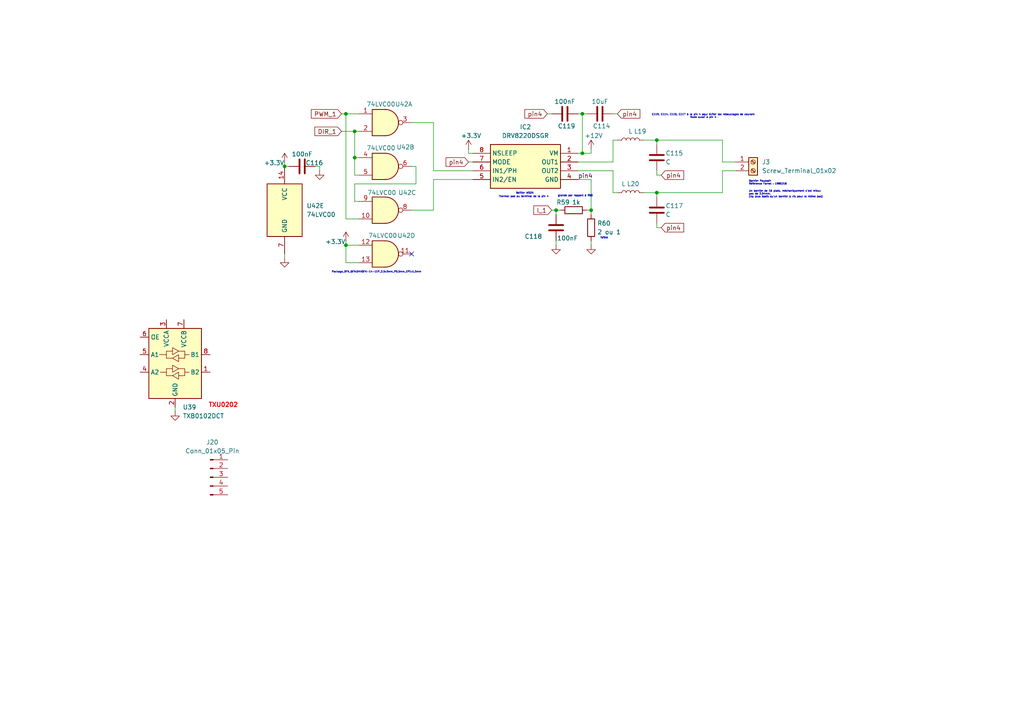
<source format=kicad_sch>
(kicad_sch (version 20231120) (generator "eeschema") (generator_version "8.0")
  (paper "A4")
  (lib_symbols
    (symbol "74xx:74HC00" (pin_names (offset 1.016))
      (property "Reference" "U" (at 0 1.27 0))
      (property "Value" "74HC00" (at 0 -1.27 0))
      (symbol "74HC00_1_1"
        (arc (start 0 -3.81) (mid 3.7934 0) (end 0 3.81) (stroke (width 0.254)) (fill (type background)))
        (polyline (pts (xy 0 3.81) (xy -3.81 3.81) (xy -3.81 -3.81) (xy 0 -3.81)) (stroke (width 0.254)) (fill (type background)))
        (pin input line (at -7.62 2.54 0) (length 3.81) (name "~") (number "1"))
        (pin input line (at -7.62 -2.54 0) (length 3.81) (name "~") (number "2"))
        (pin output inverted (at 7.62 0 180) (length 3.81) (name "~") (number "3"))
      )
      (symbol "74HC00_1_2"
        (arc (start -3.81 -3.81) (mid -2.589 0) (end -3.81 3.81) (stroke (width 0.254)))
        (arc (start -0.6096 -3.81) (mid 2.1842 -2.5851) (end 3.81 0) (stroke (width 0.254)) (fill (type background)))
        (polyline (pts (xy -3.81 -3.81) (xy -0.635 -3.81)) (stroke (width 0.254)) (fill (type background)))
        (polyline (pts (xy -3.81 3.81) (xy -0.635 3.81)) (stroke (width 0.254)) (fill (type background)))
        (polyline (pts (xy -0.635 3.81) (xy -3.81 3.81) (xy -3.81 3.81) (xy -3.556 3.4036) (xy -3.0226 2.2606) (xy -2.6924 1.0414) (xy -2.6162 -0.254) (xy -2.7686 -1.4986) (xy -3.175 -2.7178) (xy -3.81 -3.81) (xy -3.81 -3.81) (xy -0.635 -3.81)) (stroke (width -25.4)) (fill (type background)))
        (arc (start 3.81 0) (mid 2.1915 2.5936) (end -0.6096 3.81) (stroke (width 0.254)) (fill (type background)))
        (pin input inverted (at -7.62 2.54 0) (length 4.318) (name "~") (number "1"))
        (pin input inverted (at -7.62 -2.54 0) (length 4.318) (name "~") (number "2"))
        (pin output line (at 7.62 0 180) (length 3.81) (name "~") (number "3"))
      )
      (symbol "74HC00_2_1"
        (arc (start 0 -3.81) (mid 3.7934 0) (end 0 3.81) (stroke (width 0.254)) (fill (type background)))
        (polyline (pts (xy 0 3.81) (xy -3.81 3.81) (xy -3.81 -3.81) (xy 0 -3.81)) (stroke (width 0.254)) (fill (type background)))
        (pin input line (at -7.62 2.54 0) (length 3.81) (name "~") (number "4"))
        (pin input line (at -7.62 -2.54 0) (length 3.81) (name "~") (number "5"))
        (pin output inverted (at 7.62 0 180) (length 3.81) (name "~") (number "6"))
      )
      (symbol "74HC00_2_2"
        (arc (start -3.81 -3.81) (mid -2.589 0) (end -3.81 3.81) (stroke (width 0.254)))
        (arc (start -0.6096 -3.81) (mid 2.1842 -2.5851) (end 3.81 0) (stroke (width 0.254)) (fill (type background)))
        (polyline (pts (xy -3.81 -3.81) (xy -0.635 -3.81)) (stroke (width 0.254)) (fill (type background)))
        (polyline (pts (xy -3.81 3.81) (xy -0.635 3.81)) (stroke (width 0.254)) (fill (type background)))
        (polyline (pts (xy -0.635 3.81) (xy -3.81 3.81) (xy -3.81 3.81) (xy -3.556 3.4036) (xy -3.0226 2.2606) (xy -2.6924 1.0414) (xy -2.6162 -0.254) (xy -2.7686 -1.4986) (xy -3.175 -2.7178) (xy -3.81 -3.81) (xy -3.81 -3.81) (xy -0.635 -3.81)) (stroke (width -25.4)) (fill (type background)))
        (arc (start 3.81 0) (mid 2.1915 2.5936) (end -0.6096 3.81) (stroke (width 0.254)) (fill (type background)))
        (pin input inverted (at -7.62 2.54 0) (length 4.318) (name "~") (number "4"))
        (pin input inverted (at -7.62 -2.54 0) (length 4.318) (name "~") (number "5"))
        (pin output line (at 7.62 0 180) (length 3.81) (name "~") (number "6"))
      )
      (symbol "74HC00_3_1"
        (arc (start 0 -3.81) (mid 3.7934 0) (end 0 3.81) (stroke (width 0.254)) (fill (type background)))
        (polyline (pts (xy 0 3.81) (xy -3.81 3.81) (xy -3.81 -3.81) (xy 0 -3.81)) (stroke (width 0.254)) (fill (type background)))
        (pin input line (at -7.62 -2.54 0) (length 3.81) (name "~") (number "10"))
        (pin output inverted (at 7.62 0 180) (length 3.81) (name "~") (number "8"))
        (pin input line (at -7.62 2.54 0) (length 3.81) (name "~") (number "9"))
      )
      (symbol "74HC00_3_2"
        (arc (start -3.81 -3.81) (mid -2.589 0) (end -3.81 3.81) (stroke (width 0.254)))
        (arc (start -0.6096 -3.81) (mid 2.1842 -2.5851) (end 3.81 0) (stroke (width 0.254)) (fill (type background)))
        (polyline (pts (xy -3.81 -3.81) (xy -0.635 -3.81)) (stroke (width 0.254)) (fill (type background)))
        (polyline (pts (xy -3.81 3.81) (xy -0.635 3.81)) (stroke (width 0.254)) (fill (type background)))
        (polyline (pts (xy -0.635 3.81) (xy -3.81 3.81) (xy -3.81 3.81) (xy -3.556 3.4036) (xy -3.0226 2.2606) (xy -2.6924 1.0414) (xy -2.6162 -0.254) (xy -2.7686 -1.4986) (xy -3.175 -2.7178) (xy -3.81 -3.81) (xy -3.81 -3.81) (xy -0.635 -3.81)) (stroke (width -25.4)) (fill (type background)))
        (arc (start 3.81 0) (mid 2.1915 2.5936) (end -0.6096 3.81) (stroke (width 0.254)) (fill (type background)))
        (pin input inverted (at -7.62 -2.54 0) (length 4.318) (name "~") (number "10"))
        (pin output line (at 7.62 0 180) (length 3.81) (name "~") (number "8"))
        (pin input inverted (at -7.62 2.54 0) (length 4.318) (name "~") (number "9"))
      )
      (symbol "74HC00_4_1"
        (arc (start 0 -3.81) (mid 3.7934 0) (end 0 3.81) (stroke (width 0.254)) (fill (type background)))
        (polyline (pts (xy 0 3.81) (xy -3.81 3.81) (xy -3.81 -3.81) (xy 0 -3.81)) (stroke (width 0.254)) (fill (type background)))
        (pin output inverted (at 7.62 0 180) (length 3.81) (name "~") (number "11"))
        (pin input line (at -7.62 2.54 0) (length 3.81) (name "~") (number "12"))
        (pin input line (at -7.62 -2.54 0) (length 3.81) (name "~") (number "13"))
      )
      (symbol "74HC00_4_2"
        (arc (start -3.81 -3.81) (mid -2.589 0) (end -3.81 3.81) (stroke (width 0.254)))
        (arc (start -0.6096 -3.81) (mid 2.1842 -2.5851) (end 3.81 0) (stroke (width 0.254)) (fill (type background)))
        (polyline (pts (xy -3.81 -3.81) (xy -0.635 -3.81)) (stroke (width 0.254)) (fill (type background)))
        (polyline (pts (xy -3.81 3.81) (xy -0.635 3.81)) (stroke (width 0.254)) (fill (type background)))
        (polyline (pts (xy -0.635 3.81) (xy -3.81 3.81) (xy -3.81 3.81) (xy -3.556 3.4036) (xy -3.0226 2.2606) (xy -2.6924 1.0414) (xy -2.6162 -0.254) (xy -2.7686 -1.4986) (xy -3.175 -2.7178) (xy -3.81 -3.81) (xy -3.81 -3.81) (xy -0.635 -3.81)) (stroke (width -25.4)) (fill (type background)))
        (arc (start 3.81 0) (mid 2.1915 2.5936) (end -0.6096 3.81) (stroke (width 0.254)) (fill (type background)))
        (pin output line (at 7.62 0 180) (length 3.81) (name "~") (number "11"))
        (pin input inverted (at -7.62 2.54 0) (length 4.318) (name "~") (number "12"))
        (pin input inverted (at -7.62 -2.54 0) (length 4.318) (name "~") (number "13"))
      )
      (symbol "74HC00_5_0"
        (pin power_in line (at 0 12.7 270) (length 5.08) (name "VCC") (number "14"))
        (pin power_in line (at 0 -12.7 90) (length 5.08) (name "GND") (number "7"))
      )
      (symbol "74HC00_5_1"
        (rectangle (start -5.08 7.62) (end 5.08 -7.62) (stroke (width 0.254)) (fill (type background)))
      )
    )
    (symbol "Connector:Conn_01x05_Pin" (pin_names (offset 1.016) hide)
      (property "Reference" "J" (at 0 7.62 0))
      (property "Value" "Conn_01x05_Pin" (at 0 -7.62 0))
      (symbol "Conn_01x05_Pin_1_1"
        (polyline (pts (xy 1.27 -5.08) (xy 0.8636 -5.08)) (stroke (width 0.1524)))
        (polyline (pts (xy 1.27 -2.54) (xy 0.8636 -2.54)) (stroke (width 0.1524)))
        (polyline (pts (xy 1.27 0) (xy 0.8636 0)) (stroke (width 0.1524)))
        (polyline (pts (xy 1.27 2.54) (xy 0.8636 2.54)) (stroke (width 0.1524)))
        (polyline (pts (xy 1.27 5.08) (xy 0.8636 5.08)) (stroke (width 0.1524)))
        (rectangle (start 0.8636 -4.953) (end 0 -5.207) (stroke (width 0.1524)) (fill (type outline)))
        (rectangle (start 0.8636 -2.413) (end 0 -2.667) (stroke (width 0.1524)) (fill (type outline)))
        (rectangle (start 0.8636 0.127) (end 0 -0.127) (stroke (width 0.1524)) (fill (type outline)))
        (rectangle (start 0.8636 2.667) (end 0 2.413) (stroke (width 0.1524)) (fill (type outline)))
        (rectangle (start 0.8636 5.207) (end 0 4.953) (stroke (width 0.1524)) (fill (type outline)))
        (pin passive line (at 5.08 5.08 180) (length 3.81) (name "Pin_1") (number "1"))
        (pin passive line (at 5.08 2.54 180) (length 3.81) (name "Pin_2") (number "2"))
        (pin passive line (at 5.08 0 180) (length 3.81) (name "Pin_3") (number "3"))
        (pin passive line (at 5.08 -2.54 180) (length 3.81) (name "Pin_4") (number "4"))
        (pin passive line (at 5.08 -5.08 180) (length 3.81) (name "Pin_5") (number "5"))
      )
    )
    (symbol "Connector:Screw_Terminal_01x02" (pin_names (offset 1.016) hide)
      (property "Reference" "J" (at 0 2.54 0))
      (property "Value" "Screw_Terminal_01x02" (at 0 -5.08 0))
      (symbol "Screw_Terminal_01x02_1_1"
        (rectangle (start -1.27 1.27) (end 1.27 -3.81) (stroke (width 0.254)) (fill (type background)))
        (circle (center 0 -2.54) (radius 0.635) (stroke (width 0.1524)))
        (polyline (pts (xy -0.5334 -2.2098) (xy 0.3302 -3.048)) (stroke (width 0.1524)))
        (polyline (pts (xy -0.5334 0.3302) (xy 0.3302 -0.508)) (stroke (width 0.1524)))
        (polyline (pts (xy -0.3556 -2.032) (xy 0.508 -2.8702)) (stroke (width 0.1524)))
        (polyline (pts (xy -0.3556 0.508) (xy 0.508 -0.3302)) (stroke (width 0.1524)))
        (circle (center 0 0) (radius 0.635) (stroke (width 0.1524)))
        (pin passive line (at -5.08 0 0) (length 3.81) (name "Pin_1") (number "1"))
        (pin passive line (at -5.08 -2.54 0) (length 3.81) (name "Pin_2") (number "2"))
      )
    )
    (symbol "DRV8220DSGR:DRV8220DSGR"
      (property "Reference" "IC" (at 26.67 7.62 0))
      (property "Value" "DRV8220DSGR" (at 26.67 5.08 0))
      (symbol "DRV8220DSGR_1_1"
        (rectangle (start 5.08 2.54) (end 25.4 -10.16) (stroke (width 0.254)) (fill (type background)))
        (pin passive line (at 0 0 0) (length 5.08) (name "VM") (number "1"))
        (pin passive line (at 0 -2.54 0) (length 5.08) (name "OUT1") (number "2"))
        (pin passive line (at 0 -5.08 0) (length 5.08) (name "OUT2") (number "3"))
        (pin passive line (at 0 -7.62 0) (length 5.08) (name "GND") (number "4"))
        (pin passive line (at 30.48 -7.62 180) (length 5.08) (name "IN2/EN") (number "5"))
        (pin passive line (at 30.48 -5.08 180) (length 5.08) (name "IN1/PH") (number "6"))
        (pin passive line (at 30.48 -2.54 180) (length 5.08) (name "MODE") (number "7"))
        (pin passive line (at 30.48 0 180) (length 5.08) (name "NSLEEP") (number "8"))
      )
    )
    (symbol "Device:C" (pin_numbers hide) (pin_names (offset 0.254))
      (property "Reference" "C" (at 0.635 2.54 0))
      (property "Value" "C" (at 0.635 -2.54 0))
      (symbol "C_0_1"
        (polyline (pts (xy -2.032 -0.762) (xy 2.032 -0.762)) (stroke (width 0.508)))
        (polyline (pts (xy -2.032 0.762) (xy 2.032 0.762)) (stroke (width 0.508)))
      )
      (symbol "C_1_1"
        (pin passive line (at 0 3.81 270) (length 2.794) (name "~") (number "1"))
        (pin passive line (at 0 -3.81 90) (length 2.794) (name "~") (number "2"))
      )
    )
    (symbol "Device:L" (pin_numbers hide) (pin_names (offset 1.016) hide)
      (property "Reference" "L" (at -1.27 0 90))
      (property "Value" "L" (at 1.905 0 90))
      (symbol "L_0_1"
        (arc (start 0 -2.54) (mid 0.6323 -1.905) (end 0 -1.27))
        (arc (start 0 -1.27) (mid 0.6323 -0.635) (end 0 0))
        (arc (start 0 0) (mid 0.6323 0.635) (end 0 1.27))
        (arc (start 0 1.27) (mid 0.6323 1.905) (end 0 2.54))
      )
      (symbol "L_1_1"
        (pin passive line (at 0 3.81 270) (length 1.27) (name "1") (number "1"))
        (pin passive line (at 0 -3.81 90) (length 1.27) (name "2") (number "2"))
      )
    )
    (symbol "Device:R" (pin_numbers hide) (pin_names (offset 0))
      (property "Reference" "R" (at 2.032 0 90))
      (property "Value" "R" (at 0 0 90))
      (symbol "R_0_1"
        (rectangle (start -1.016 -2.54) (end 1.016 2.54) (stroke (width 0.254)))
      )
      (symbol "R_1_1"
        (pin passive line (at 0 3.81 270) (length 1.27) (name "~") (number "1"))
        (pin passive line (at 0 -3.81 90) (length 1.27) (name "~") (number "2"))
      )
    )
    (symbol "Logic_LevelTranslator:TXB0102DCT"
      (property "Reference" "U" (at -6.35 11.43 0))
      (property "Value" "TXB0102DCT" (at 3.81 11.43 0))
      (symbol "TXB0102DCT_0_1"
        (rectangle (start -7.62 10.16) (end 7.62 -10.16) (stroke (width 0.254)) (fill (type background)))
        (polyline (pts (xy -2.54 -2.54) (xy -2.54 -1.524) (xy -0.762 -1.524)))
        (polyline (pts (xy -2.54 2.54) (xy -2.54 3.556) (xy -0.762 3.556)))
        (polyline (pts (xy 2.794 -2.54) (xy 2.794 -3.556) (xy 1.016 -3.556)))
        (polyline (pts (xy 2.794 2.54) (xy 2.794 1.524) (xy 1.016 1.524)))
        (polyline (pts (xy -0.762 -3.556) (xy -2.54 -3.556) (xy -2.54 -2.54) (xy -4.318 -2.54)))
        (polyline (pts (xy -0.762 -2.54) (xy -0.762 -0.508) (xy 1.016 -1.524) (xy -0.762 -2.54)) (fill (type background)))
        (polyline (pts (xy -0.762 1.524) (xy -2.54 1.524) (xy -2.54 2.54) (xy -4.572 2.54)))
        (polyline (pts (xy -0.762 2.54) (xy -0.762 4.572) (xy 1.016 3.556) (xy -0.762 2.54)))
        (polyline (pts (xy 1.016 -2.54) (xy 1.016 -4.572) (xy -0.762 -3.556) (xy 1.016 -2.54)))
        (polyline (pts (xy 1.016 -1.524) (xy 2.794 -1.524) (xy 2.794 -2.54) (xy 4.064 -2.54)))
        (polyline (pts (xy 1.016 3.556) (xy 2.794 3.556) (xy 2.794 2.54) (xy 4.064 2.54)))
        (polyline (pts (xy 1.016 2.54) (xy 1.016 0.762) (xy 1.016 0.508) (xy -0.762 1.524) (xy 1.016 2.54)))
      )
      (symbol "TXB0102DCT_1_1"
        (pin bidirectional line (at 10.16 -2.54 180) (length 2.54) (name "B2") (number "1"))
        (pin power_in line (at 0 -12.7 90) (length 2.54) (name "GND") (number "2"))
        (pin power_in line (at -2.54 12.7 270) (length 2.54) (name "VCCA") (number "3"))
        (pin bidirectional line (at -10.16 -2.54 0) (length 2.54) (name "A2") (number "4"))
        (pin bidirectional line (at -10.16 2.54 0) (length 2.54) (name "A1") (number "5"))
        (pin input line (at -10.16 7.62 0) (length 2.54) (name "OE") (number "6"))
        (pin power_in line (at 2.54 12.7 270) (length 2.54) (name "VCCB") (number "7"))
        (pin bidirectional line (at 10.16 2.54 180) (length 2.54) (name "B1") (number "8"))
      )
    )
    (symbol "power:+5V" (power) (pin_numbers hide) (pin_names (offset 0) hide)
      (property "Value" "+5V" (at 0 3.556 0))
      (symbol "+5V_0_1"
        (polyline (pts (xy -0.762 1.27) (xy 0 2.54)))
        (polyline (pts (xy 0 0) (xy 0 2.54)))
        (polyline (pts (xy 0 2.54) (xy 0.762 1.27)))
      )
      (symbol "+5V_1_1"
        (pin power_in line (at 0 0 90) (length 0) (name "~") (number "1"))
      )
    )
    (symbol "power:GND" (power) (pin_numbers hide) (pin_names (offset 0) hide)
      (property "Value" "GND" (at 0 -3.81 0))
      (symbol "GND_0_1"
        (polyline (pts (xy 0 0) (xy 0 -1.27) (xy 1.27 -1.27) (xy 0 -2.54) (xy -1.27 -1.27) (xy 0 -1.27)))
      )
      (symbol "GND_1_1"
        (pin power_in line (at 0 0 270) (length 0) (name "~") (number "1"))
      )
    )
  )
  (junction (at 171.45 60.96))
  (junction (at 190.5 55.88))
  (junction (at 82.55 48.26))
  (junction (at 168.91 33.02))
  (junction (at 100.33 33.02))
  (junction (at 168.91 44.45))
  (junction (at 102.87 45.72))
  (junction (at 100.33 71.12))
  (junction (at 102.87 38.1))
  (junction (at 190.5 40.64))
  (junction (at 161.29 60.96))
  (no_connect (at 119.38 73.66))
  (wire (pts (xy 100.33 33.02) (xy 100.33 63.5)))
  (wire (pts (xy 171.45 44.45) (xy 168.91 44.45)))
  (wire (pts (xy 177.8 55.88) (xy 177.8 49.53)))
  (wire (pts (xy 209.55 46.99) (xy 209.55 40.64)))
  (wire (pts (xy 137.16 44.45) (xy 135.89 44.45)))
  (wire (pts (xy 168.91 33.02) (xy 168.91 44.45)))
  (wire (pts (xy 102.87 53.34) (xy 102.87 58.42)))
  (wire (pts (xy 213.36 49.53) (xy 209.55 49.53)))
  (wire (pts (xy 99.06 33.02) (xy 100.33 33.02)))
  (wire (pts (xy 102.87 58.42) (xy 104.14 58.42)))
  (wire (pts (xy 161.29 69.85) (xy 161.29 71.12)))
  (wire (pts (xy 82.55 46.99) (xy 82.55 48.26)))
  (wire (pts (xy 186.69 55.88) (xy 190.5 55.88)))
  (wire (pts (xy 161.29 60.96) (xy 161.29 62.23)))
  (wire (pts (xy 186.69 40.64) (xy 190.5 40.64)))
  (wire (pts (xy 171.45 69.85) (xy 171.45 71.12)))
  (wire (pts (xy 102.87 50.8) (xy 104.14 50.8)))
  (wire (pts (xy 179.07 55.88) (xy 177.8 55.88)))
  (wire (pts (xy 125.73 52.07) (xy 137.16 52.07)))
  (wire (pts (xy 171.45 60.96) (xy 171.45 62.23)))
  (wire (pts (xy 171.45 52.07) (xy 171.45 60.96)))
  (wire (pts (xy 170.18 60.96) (xy 171.45 60.96)))
  (wire (pts (xy 167.64 33.02) (xy 168.91 33.02)))
  (wire (pts (xy 50.8 118.11) (xy 50.8 119.38)))
  (wire (pts (xy 102.87 38.1) (xy 104.14 38.1)))
  (wire (pts (xy 119.38 60.96) (xy 125.73 60.96)))
  (wire (pts (xy 190.5 55.88) (xy 209.55 55.88)))
  (wire (pts (xy 82.55 48.26) (xy 82.55 49.53)))
  (wire (pts (xy 177.8 40.64) (xy 179.07 40.64)))
  (wire (pts (xy 168.91 33.02) (xy 170.18 33.02)))
  (wire (pts (xy 120.65 48.26) (xy 120.65 53.34)))
  (wire (pts (xy 177.8 46.99) (xy 177.8 40.64)))
  (wire (pts (xy 213.36 46.99) (xy 209.55 46.99)))
  (wire (pts (xy 100.33 76.2) (xy 100.33 71.12)))
  (wire (pts (xy 104.14 63.5) (xy 100.33 63.5)))
  (wire (pts (xy 161.29 60.96) (xy 162.56 60.96)))
  (wire (pts (xy 82.55 48.26) (xy 83.82 48.26)))
  (wire (pts (xy 91.44 48.26) (xy 92.71 48.26)))
  (wire (pts (xy 209.55 49.53) (xy 209.55 55.88)))
  (wire (pts (xy 119.38 48.26) (xy 120.65 48.26)))
  (wire (pts (xy 190.5 55.88) (xy 190.5 57.15)))
  (wire (pts (xy 100.33 33.02) (xy 104.14 33.02)))
  (wire (pts (xy 190.5 66.04) (xy 191.77 66.04)))
  (wire (pts (xy 102.87 45.72) (xy 104.14 45.72)))
  (wire (pts (xy 177.8 33.02) (xy 179.07 33.02)))
  (wire (pts (xy 190.5 50.8) (xy 191.77 50.8)))
  (wire (pts (xy 92.71 48.26) (xy 92.71 49.53)))
  (wire (pts (xy 120.65 53.34) (xy 102.87 53.34)))
  (wire (pts (xy 104.14 71.12) (xy 100.33 71.12)))
  (wire (pts (xy 190.5 40.64) (xy 190.5 41.91)))
  (wire (pts (xy 99.06 38.1) (xy 102.87 38.1)))
  (wire (pts (xy 167.64 49.53) (xy 177.8 49.53)))
  (wire (pts (xy 135.89 44.45) (xy 135.89 43.18)))
  (wire (pts (xy 125.73 35.56) (xy 125.73 49.53)))
  (wire (pts (xy 82.55 73.66) (xy 82.55 74.93)))
  (wire (pts (xy 100.33 71.12) (xy 100.33 69.85)))
  (wire (pts (xy 104.14 76.2) (xy 100.33 76.2)))
  (wire (pts (xy 135.89 46.99) (xy 137.16 46.99)))
  (wire (pts (xy 190.5 64.77) (xy 190.5 66.04)))
  (wire (pts (xy 190.5 40.64) (xy 209.55 40.64)))
  (wire (pts (xy 167.64 52.07) (xy 171.45 52.07)))
  (wire (pts (xy 168.91 44.45) (xy 167.64 44.45)))
  (wire (pts (xy 119.38 35.56) (xy 125.73 35.56)))
  (wire (pts (xy 125.73 49.53) (xy 137.16 49.53)))
  (wire (pts (xy 158.75 33.02) (xy 160.02 33.02)))
  (wire (pts (xy 190.5 49.53) (xy 190.5 50.8)))
  (wire (pts (xy 125.73 60.96) (xy 125.73 52.07)))
  (wire (pts (xy 102.87 38.1) (xy 102.87 45.72)))
  (wire (pts (xy 167.64 46.99) (xy 177.8 46.99)))
  (wire (pts (xy 171.45 43.18) (xy 171.45 44.45)))
  (wire (pts (xy 160.02 60.96) (xy 161.29 60.96)))
  (wire (pts (xy 102.87 45.72) (xy 102.87 50.8)))
  (text "Bornier Poussoir\nRéférence Farnel : 1985218\n" (at 217.17 53.086 0) (effects (font (size 0.508 0.508)) (justify left)))
  (text "Boîtier WSON \n" (at 149.606 56.134 0) (effects (font (size 0.508 0.508)) (justify left)))
  (text "C119, C114, C115, C117 à la pin 4 pour éviter les rebouclages de courant\nMode aussi à pin 4\n" (at 203.962 33.782 0) (effects (font (size 0.508 0.508))))
  (text "Un bornier de 16 plots, méchaniquement c'est mieux\npas de 2.54mm, \n(rq: plus épais qu'un bornier à vis pour le même pas)" (at 217.17 56.388 0) (effects (font (size 0.508 0.508)) (justify left)))
  (text "Package_DFN_QFN:DHVQFN-14-1EP_2.5x3mm_P0.5mm_EP1x1.5mm" (at 109.22 78.994 0) (effects (font (size 0.508 0.508))))
  (text "grande par rapport à R60\n" (at 166.878 56.896 0) (effects (font (size 0.508 0.508))))
  (text "TXU0202" (at 64.77 117.602 0) (effects (font (size 1.27 1.27) (thickness 0.254) (bold yes))))
  (text "faible" (at 175.26 69.088 0) (effects (font (size 0.508 0.508))))
  (text "Thermal pad au terminal de la pin 4" (at 151.892 57.15 0) (effects (font (size 0.508 0.508))))
  (label "pin4" (at 167.64 52.07 0))
  (global_label "pin4" (shape input) (at 135.89 46.99 180) (property "Intersheetrefs" "${INTERSHEET_REFS}" (effects (hide yes))))
  (global_label "pin4" (shape input) (at 179.07 33.02 0) (property "Intersheetrefs" "${INTERSHEET_REFS}" (effects (hide yes))))
  (global_label "pin4" (shape input) (at 191.77 66.04 0) (property "Intersheetrefs" "${INTERSHEET_REFS}" (effects (hide yes))))
  (global_label "pin4" (shape input) (at 158.75 33.02 180) (property "Intersheetrefs" "${INTERSHEET_REFS}" (effects (hide yes))))
  (global_label "DIR_1" (shape input) (at 99.06 38.1 180) (property "Intersheetrefs" "${INTERSHEET_REFS}" (effects (hide yes))))
  (global_label "PWM_1" (shape input) (at 99.06 33.02 180) (property "Intersheetrefs" "${INTERSHEET_REFS}" (effects (hide yes))))
  (global_label "I_1" (shape input) (at 160.02 60.96 180) (property "Intersheetrefs" "${INTERSHEET_REFS}" (effects (hide yes))))
  (global_label "pin4" (shape input) (at 191.77 50.8 0) (property "Intersheetrefs" "${INTERSHEET_REFS}" (effects (hide yes))))
  (symbol (lib_id "power:+5V") (at 171.45 43.18 0) (unit 1)
    (property "Reference" "#PWR0258" (effects (hide yes)))
    (property "Value" "+12V" (at 172.212 39.37 0))
    (property "Description" "Power symbol creates a global label with name \"+5V\"" (effects (hide yes)))
  )
  (symbol (lib_id "Device:C") (at 163.83 33.02 90) (unit 1)
    (property "Reference" "C119" (at 164.338 36.576 90))
    (property "Value" "100nF" (at 163.83 29.464 90))
    (property "Description" "Unpolarized capacitor" (effects (hide yes)))
  )
  (symbol (lib_id "power:+5V") (at 135.89 43.18 0) (unit 1)
    (property "Reference" "#PWR0229" (effects (hide yes)))
    (property "Value" "+3.3V" (at 136.652 39.37 0))
    (property "Description" "Power symbol creates a global label with name \"+5V\"" (effects (hide yes)))
  )
  (symbol (lib_id "DRV8220DSGR:DRV8220DSGR") (at 167.64 44.45 0) (mirror y) (unit 1)
    (property "Reference" "IC2" (at 152.4 36.83 0))
    (property "Value" "DRV8220DSGR" (at 152.4 39.37 0))
    (property "Datasheet" "https://www.ti.com/lit/gpn/drv8220" (effects (hide yes)))
    (property "Description" "DRV8220DSGR" (effects (hide yes)))
    (property "Height" "0.8" (effects (hide yes)))
    (property "Mouser Part Number" "595-DRV8220DSGR" (effects (hide yes)))
    (property "Mouser Price/Stock" "https://www.mouser.co.uk/ProductDetail/Texas-Instruments/DRV8220DSGR?qs=A6eO%252BMLsxmR1BpX9iMystg%3D%3D" (effects (hide yes)))
    (property "Manufacturer_Name" "Texas Instruments" (effects (hide yes)))
    (property "Manufacturer_Part_Number" "DRV8220DSGR" (effects (hide yes)))
  )
  (symbol (lib_id "Device:L") (at 182.88 55.88 90) (unit 1)
    (property "Reference" "L20" (at 183.642 53.34 90))
    (property "Value" "L" (at 180.848 53.34 90))
    (property "Description" "Inductor" (effects (hide yes)))
  )
  (symbol (lib_id "Device:C") (at 173.99 33.02 90) (unit 1)
    (property "Reference" "C114" (at 174.498 36.576 90))
    (property "Value" "10uF" (at 173.99 29.464 90))
    (property "Description" "Unpolarized capacitor" (effects (hide yes)))
  )
  (symbol (lib_id "Device:R") (at 166.37 60.96 90) (unit 1)
    (property "Reference" "R59" (at 163.322 58.674 90))
    (property "Value" "1k" (at 167.132 58.674 90))
    (property "Description" "Resistor" (effects (hide yes)))
  )
  (symbol (lib_id "74xx:74HC00") (at 111.76 73.66 0) (unit 4)
    (property "Reference" "U42" (at 117.856 68.326 0))
    (property "Value" "74LVC00" (at 110.998 68.326 0))
    (property "Datasheet" "http://www.ti.com/lit/gpn/sn74hc00" (effects (hide yes)))
    (property "Description" "quad 2-input NAND gate" (effects (hide yes)))
  )
  (symbol (lib_id "Device:L") (at 182.88 40.64 90) (unit 1)
    (property "Reference" "L19" (at 185.674 38.1 90))
    (property "Value" "L" (at 182.88 38.1 90))
    (property "Description" "Inductor" (effects (hide yes)))
  )
  (symbol (lib_id "Device:C") (at 87.63 48.26 90) (unit 1)
    (property "Reference" "C116" (at 91.186 47.244 90))
    (property "Value" "100nF" (at 87.63 44.704 90))
    (property "Description" "Unpolarized capacitor" (effects (hide yes)))
  )
  (symbol (lib_id "power:+5V") (at 100.33 69.85 0) (unit 1)
    (property "Reference" "#PWR0225" (effects (hide yes)))
    (property "Value" "+3.3V" (at 97.282 70.104 0))
    (property "Description" "Power symbol creates a global label with name \"+5V\"" (effects (hide yes)))
  )
  (symbol (lib_id "power:GND") (at 161.29 71.12 0) (unit 1)
    (property "Reference" "#PWR0252" (effects (hide yes)))
    (property "Value" "GND" (effects (hide yes)))
    (property "Description" "Power symbol creates a global label with name \"GND\" , ground" (effects (hide yes)))
  )
  (symbol (lib_id "power:GND") (at 50.8 119.38 0) (unit 1)
    (property "Reference" "#PWR0223" (effects (hide yes)))
    (property "Value" "GND" (effects (hide yes)))
    (property "Description" "Power symbol creates a global label with name \"GND\" , ground" (effects (hide yes)))
  )
  (symbol (lib_id "74xx:74HC00") (at 111.76 35.56 0) (unit 1)
    (property "Reference" "U42" (at 117.094 30.226 0))
    (property "Value" "74LVC00" (at 110.49 30.226 0))
    (property "Datasheet" "http://www.ti.com/lit/gpn/sn74hc00" (effects (hide yes)))
    (property "Description" "quad 2-input NAND gate" (effects (hide yes)))
  )
  (symbol (lib_id "Device:C") (at 190.5 45.72 0) (unit 1)
    (property "Reference" "C115" (at 193.04 44.45 0) (effects (justify left)))
    (property "Value" "C" (at 193.04 46.99 0) (effects (justify left)))
    (property "Description" "Unpolarized capacitor" (effects (hide yes)))
  )
  (symbol (lib_id "power:GND") (at 92.71 49.53 0) (unit 1)
    (property "Reference" "#PWR0248" (effects (hide yes)))
    (property "Value" "GND" (effects (hide yes)))
    (property "Description" "Power symbol creates a global label with name \"GND\" , ground" (effects (hide yes)))
  )
  (symbol (lib_id "74xx:74HC00") (at 111.76 48.26 0) (unit 2)
    (property "Reference" "U42" (at 117.602 42.672 0))
    (property "Value" "74LVC00" (at 110.49 42.926 0))
    (property "Datasheet" "http://www.ti.com/lit/gpn/sn74hc00" (effects (hide yes)))
    (property "Description" "quad 2-input NAND gate" (effects (hide yes)))
  )
  (symbol (lib_id "Logic_LevelTranslator:TXB0102DCT") (at 50.8 105.41 0) (unit 1)
    (property "Reference" "U39" (at 52.9941 118.11 0) (effects (justify left)))
    (property "Value" "TXB0102DCT" (at 52.9941 120.65 0) (effects (justify left)))
    (property "Datasheet" "http://www.ti.com/lit/ds/symlink/txb0102.pdf" (effects (hide yes)))
    (property "Description" "2-Bit Bidirectional Voltage-Level Translator in TSSOP Package With Auto Direction Sensing and ±15-kV ESD Protection" (effects (hide yes)))
  )
  (symbol (lib_id "Connector:Conn_01x05_Pin") (at 60.96 138.43 0) (unit 1)
    (property "Reference" "J20" (at 61.595 128.27 0))
    (property "Value" "Conn_01x05_Pin" (at 61.595 130.81 0))
    (property "Description" "Generic connector, single row, 01x05, script generated" (effects (hide yes)))
  )
  (symbol (lib_id "Device:C") (at 161.29 66.04 0) (unit 1)
    (property "Reference" "C118" (at 152.146 68.58 0) (effects (justify left)))
    (property "Value" "100nF" (at 161.544 69.088 0) (effects (justify left)))
    (property "Description" "Unpolarized capacitor" (effects (hide yes)))
  )
  (symbol (lib_id "Connector:Screw_Terminal_01x02") (at 218.44 46.99 0) (unit 1)
    (property "Reference" "J3" (at 220.98 46.9899 0) (effects (justify left)))
    (property "Value" "Screw_Terminal_01x02" (at 220.98 49.5299 0) (effects (justify left)))
    (property "Description" "Generic screw terminal, single row, 01x02, script generated (kicad-library-utils/schlib/autogen/connector/)" (effects (hide yes)))
  )
  (symbol (lib_id "Device:R") (at 171.45 66.04 0) (unit 1)
    (property "Reference" "R60" (at 173.228 64.77 0) (effects (justify left)))
    (property "Value" "2 ou 1" (at 173.228 67.31 0) (effects (justify left)))
    (property "Description" "Resistor" (effects (hide yes)))
  )
  (symbol (lib_id "power:+5V") (at 82.55 46.99 0) (unit 1)
    (property "Reference" "#PWR0247" (effects (hide yes)))
    (property "Value" "+3.3V" (at 79.502 47.244 0))
    (property "Description" "Power symbol creates a global label with name \"+5V\"" (effects (hide yes)))
  )
  (symbol (lib_id "74xx:74HC00") (at 82.55 60.96 0) (unit 5)
    (property "Reference" "U42" (at 88.9 59.6899 0) (effects (justify left)))
    (property "Value" "74LVC00" (at 88.9 62.2299 0) (effects (justify left)))
    (property "Datasheet" "http://www.ti.com/lit/gpn/sn74hc00" (effects (hide yes)))
    (property "Description" "quad 2-input NAND gate" (effects (hide yes)))
  )
  (symbol (lib_id "74xx:74HC00") (at 111.76 60.96 0) (unit 3)
    (property "Reference" "U42" (at 118.11 55.88 0))
    (property "Value" "74LVC00" (at 110.744 55.88 0))
    (property "Datasheet" "http://www.ti.com/lit/gpn/sn74hc00" (effects (hide yes)))
    (property "Description" "quad 2-input NAND gate" (effects (hide yes)))
  )
  (symbol (lib_id "Device:C") (at 190.5 60.96 0) (unit 1)
    (property "Reference" "C117" (at 193.04 59.69 0) (effects (justify left)))
    (property "Value" "C" (at 193.04 62.23 0) (effects (justify left)))
    (property "Description" "Unpolarized capacitor" (effects (hide yes)))
  )
  (symbol (lib_id "power:GND") (at 171.45 71.12 0) (unit 1)
    (property "Reference" "#PWR0253" (effects (hide yes)))
    (property "Value" "GND" (effects (hide yes)))
    (property "Description" "Power symbol creates a global label with name \"GND\" , ground" (effects (hide yes)))
  )
  (symbol (lib_id "power:GND") (at 82.55 74.93 0) (unit 1)
    (property "Reference" "#PWR0251" (effects (hide yes)))
    (property "Value" "GND" (effects (hide yes)))
    (property "Description" "Power symbol creates a global label with name \"GND\" , ground" (effects (hide yes)))
  )
)
</source>
